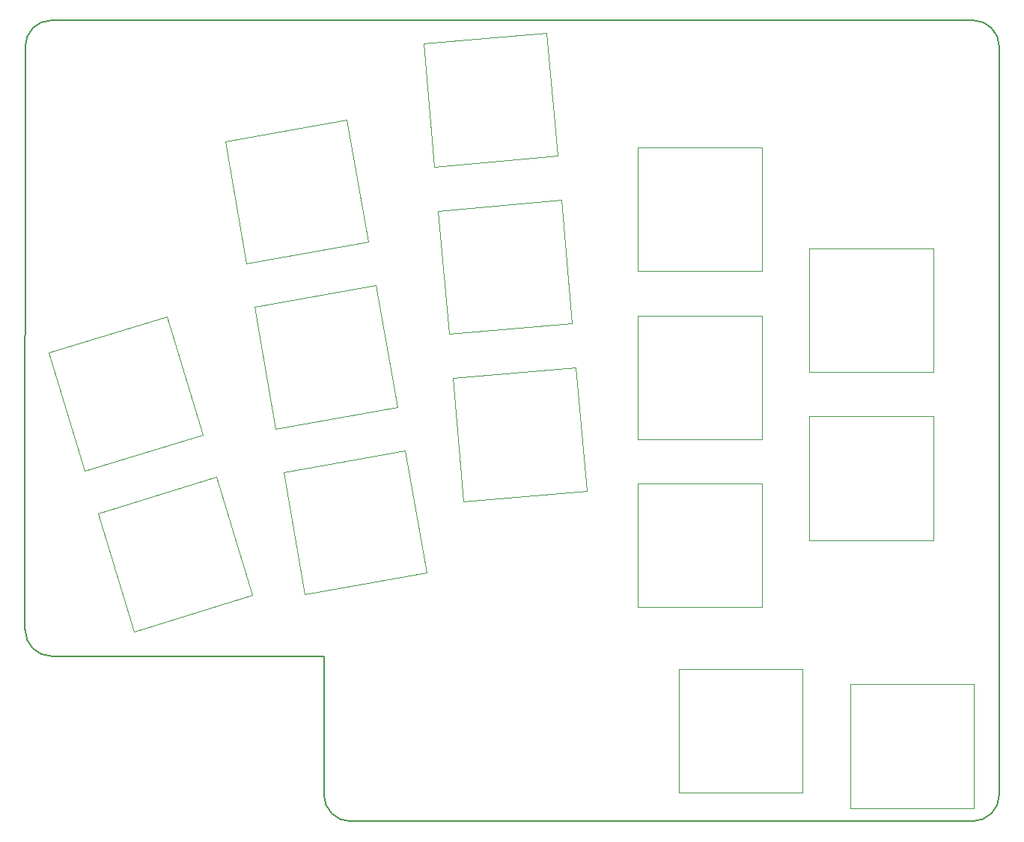
<source format=gbr>
%TF.GenerationSoftware,KiCad,Pcbnew,(6.0.7-1)-1*%
%TF.CreationDate,2022-08-15T16:00:23+02:00*%
%TF.ProjectId,plate,706c6174-652e-46b6-9963-61645f706362,v1.0.0*%
%TF.SameCoordinates,Original*%
%TF.FileFunction,Profile,NP*%
%FSLAX46Y46*%
G04 Gerber Fmt 4.6, Leading zero omitted, Abs format (unit mm)*
G04 Created by KiCad (PCBNEW (6.0.7-1)-1) date 2022-08-15 16:00:23*
%MOMM*%
%LPD*%
G01*
G04 APERTURE LIST*
%TA.AperFunction,Profile*%
%ADD10C,0.150000*%
%TD*%
%TA.AperFunction,Profile*%
%ADD11C,0.120000*%
%TD*%
G04 APERTURE END LIST*
D10*
X231600000Y-147200000D02*
X301990601Y-147196367D01*
X228600000Y-144200000D02*
G75*
G03*
X231600000Y-147200000I3000000J0D01*
G01*
X228600000Y-128524000D02*
X228600000Y-144200000D01*
X194800000Y-125525000D02*
G75*
G03*
X197800000Y-128525000I3000000J0D01*
G01*
X197803209Y-56581422D02*
X301990601Y-56581422D01*
X197800000Y-128525000D02*
X228600000Y-128524000D01*
X194800000Y-125525000D02*
X194803209Y-59581422D01*
X301990601Y-147196301D02*
G75*
G03*
X304990601Y-144196367I99J2999901D01*
G01*
X304990601Y-144196367D02*
X304990601Y-59581422D01*
X304990578Y-59581422D02*
G75*
G03*
X301990601Y-56581422I-2999978J22D01*
G01*
X197803209Y-56581409D02*
G75*
G03*
X194803209Y-59581422I-9J-2999991D01*
G01*
D11*
%TO.C,S7*%
X241507371Y-78142444D02*
X242727551Y-92089170D01*
X242727551Y-92089170D02*
X256674277Y-90868990D01*
X256674277Y-90868990D02*
X255454097Y-76922264D01*
X255454097Y-76922264D02*
X241507371Y-78142444D01*
%TO.C,S8*%
X241071592Y-73161471D02*
X255018318Y-71941291D01*
X255018318Y-71941291D02*
X253798138Y-57994565D01*
X253798138Y-57994565D02*
X239851412Y-59214745D01*
X239851412Y-59214745D02*
X241071592Y-73161471D01*
%TO.C,S4*%
X223148304Y-102797689D02*
X236935613Y-100366614D01*
X236935613Y-100366614D02*
X234504538Y-86579305D01*
X234504538Y-86579305D02*
X220717229Y-89010380D01*
X220717229Y-89010380D02*
X223148304Y-102797689D01*
%TO.C,S1*%
X203025451Y-112341310D02*
X207118655Y-125729576D01*
X216413717Y-108248106D02*
X203025451Y-112341310D01*
X220506921Y-121636372D02*
X216413717Y-108248106D01*
X207118655Y-125729576D02*
X220506921Y-121636372D01*
%TO.C,S9*%
X278115601Y-108986367D02*
X264115601Y-108986367D01*
X278115601Y-122986367D02*
X278115601Y-108986367D01*
X264115601Y-108986367D02*
X264115601Y-122986367D01*
X264115601Y-122986367D02*
X278115601Y-122986367D01*
%TO.C,S12*%
X297515601Y-101386367D02*
X283515601Y-101386367D01*
X283515601Y-101386367D02*
X283515601Y-115386367D01*
X297515601Y-115386367D02*
X297515601Y-101386367D01*
X283515601Y-115386367D02*
X297515601Y-115386367D01*
%TO.C,S14*%
X282740601Y-143986367D02*
X282740601Y-129986367D01*
X282740601Y-129986367D02*
X268740601Y-129986367D01*
X268740601Y-129986367D02*
X268740601Y-143986367D01*
X268740601Y-143986367D02*
X282740601Y-143986367D01*
%TO.C,S3*%
X226447620Y-121509036D02*
X240234929Y-119077961D01*
X240234929Y-119077961D02*
X237803854Y-105290652D01*
X237803854Y-105290652D02*
X224016545Y-107721727D01*
X224016545Y-107721727D02*
X226447620Y-121509036D01*
%TO.C,S6*%
X258330237Y-109796689D02*
X257110057Y-95849963D01*
X257110057Y-95849963D02*
X243163331Y-97070143D01*
X243163331Y-97070143D02*
X244383511Y-111016869D01*
X244383511Y-111016869D02*
X258330237Y-109796689D01*
%TO.C,S15*%
X302140601Y-131696367D02*
X288140601Y-131696367D01*
X288140601Y-131696367D02*
X288140601Y-145696367D01*
X288140601Y-145696367D02*
X302140601Y-145696367D01*
X302140601Y-145696367D02*
X302140601Y-131696367D01*
%TO.C,S11*%
X264115601Y-70986367D02*
X264115601Y-84986367D01*
X278115601Y-84986367D02*
X278115601Y-70986367D01*
X278115601Y-70986367D02*
X264115601Y-70986367D01*
X264115601Y-84986367D02*
X278115601Y-84986367D01*
%TO.C,S2*%
X197470388Y-94171519D02*
X201563592Y-107559785D01*
X214951858Y-103466581D02*
X210858654Y-90078315D01*
X201563592Y-107559785D02*
X214951858Y-103466581D01*
X210858654Y-90078315D02*
X197470388Y-94171519D01*
%TO.C,S13*%
X283515601Y-82386367D02*
X283515601Y-96386367D01*
X297515601Y-82386367D02*
X283515601Y-82386367D01*
X283515601Y-96386367D02*
X297515601Y-96386367D01*
X297515601Y-96386367D02*
X297515601Y-82386367D01*
%TO.C,S5*%
X217417914Y-70299033D02*
X219848989Y-84086342D01*
X233636298Y-81655267D02*
X231205223Y-67867958D01*
X231205223Y-67867958D02*
X217417914Y-70299033D01*
X219848989Y-84086342D02*
X233636298Y-81655267D01*
%TO.C,S10*%
X264115601Y-89986367D02*
X264115601Y-103986367D01*
X264115601Y-103986367D02*
X278115601Y-103986367D01*
X278115601Y-89986367D02*
X264115601Y-89986367D01*
X278115601Y-103986367D02*
X278115601Y-89986367D01*
%TD*%
M02*

</source>
